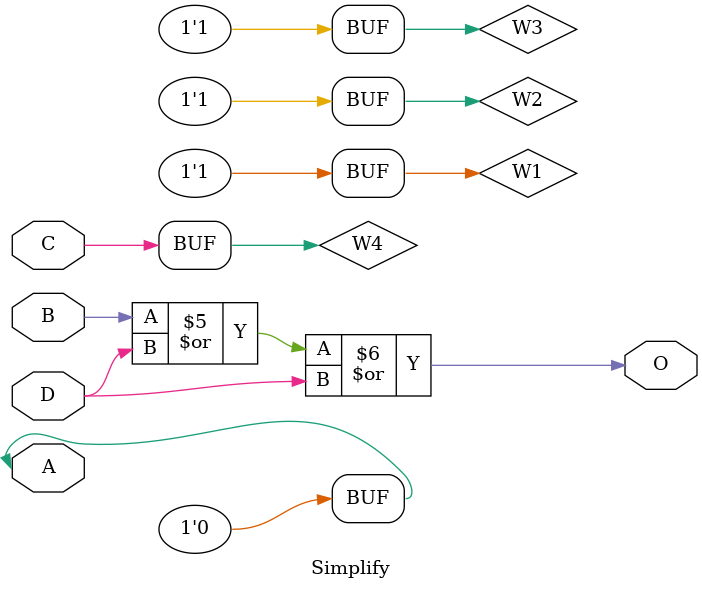
<source format=v>
module Simplify(O,A, B, C, D);
   input A, B, C, D;
   output O;
   wire   W1,W2,W3,W4,W5, W6, W7;
   not(W1,A);
   not(W2,B);
   not(W3,D);
   not(W4,C);
   and(W1,W2,W3);
   and(C,W4);
   and(A,B,D,C);
   and(W2,W3);
   or(O,A, B,D, D);
endmodule // simplify
   
   

 
</source>
